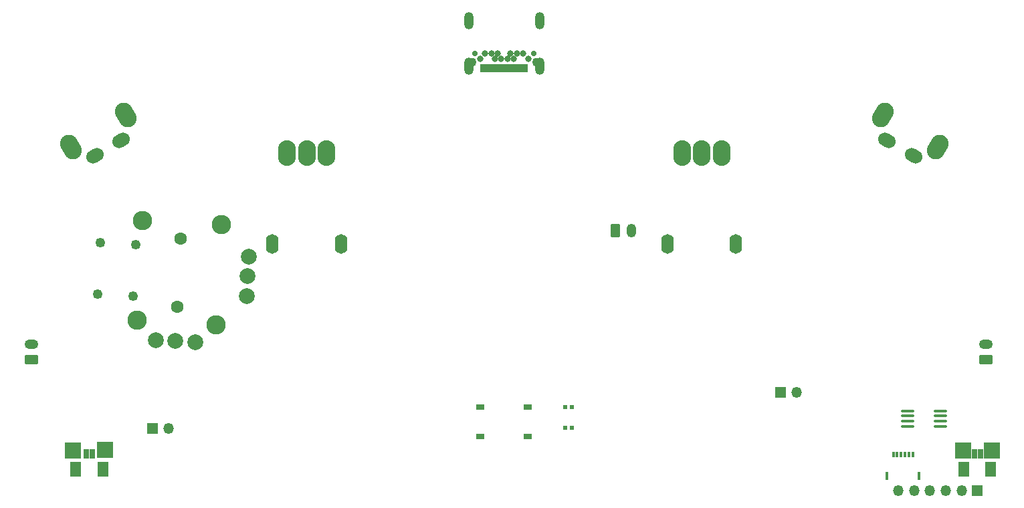
<source format=gbr>
%TF.GenerationSoftware,KiCad,Pcbnew,8.0.2*%
%TF.CreationDate,2024-08-31T11:23:20-07:00*%
%TF.ProjectId,UGC_Main_R4K,5547435f-4d61-4696-9e5f-52344b2e6b69,rev?*%
%TF.SameCoordinates,Original*%
%TF.FileFunction,Soldermask,Bot*%
%TF.FilePolarity,Negative*%
%FSLAX46Y46*%
G04 Gerber Fmt 4.6, Leading zero omitted, Abs format (unit mm)*
G04 Created by KiCad (PCBNEW 8.0.2) date 2024-08-31 11:23:20*
%MOMM*%
%LPD*%
G01*
G04 APERTURE LIST*
G04 Aperture macros list*
%AMRoundRect*
0 Rectangle with rounded corners*
0 $1 Rounding radius*
0 $2 $3 $4 $5 $6 $7 $8 $9 X,Y pos of 4 corners*
0 Add a 4 corners polygon primitive as box body*
4,1,4,$2,$3,$4,$5,$6,$7,$8,$9,$2,$3,0*
0 Add four circle primitives for the rounded corners*
1,1,$1+$1,$2,$3*
1,1,$1+$1,$4,$5*
1,1,$1+$1,$6,$7*
1,1,$1+$1,$8,$9*
0 Add four rect primitives between the rounded corners*
20,1,$1+$1,$2,$3,$4,$5,0*
20,1,$1+$1,$4,$5,$6,$7,0*
20,1,$1+$1,$6,$7,$8,$9,0*
20,1,$1+$1,$8,$9,$2,$3,0*%
%AMHorizOval*
0 Thick line with rounded ends*
0 $1 width*
0 $2 $3 position (X,Y) of the first rounded end (center of the circle)*
0 $4 $5 position (X,Y) of the second rounded end (center of the circle)*
0 Add line between two ends*
20,1,$1,$2,$3,$4,$5,0*
0 Add two circle primitives to create the rounded ends*
1,1,$1,$2,$3*
1,1,$1,$4,$5*%
G04 Aperture macros list end*
%ADD10R,1.350000X1.350000*%
%ADD11O,1.350000X1.350000*%
%ADD12C,2.450000*%
%ADD13C,1.600000*%
%ADD14C,1.250000*%
%ADD15C,2.000000*%
%ADD16HorizOval,2.250000X-0.250000X0.433013X0.250000X-0.433013X0*%
%ADD17HorizOval,1.700000X0.259808X0.150000X-0.259808X-0.150000X0*%
%ADD18HorizOval,2.250000X-0.250000X-0.433013X0.250000X0.433013X0*%
%ADD19HorizOval,1.700000X0.259808X-0.150000X-0.259808X0.150000X0*%
%ADD20R,1.000000X0.750000*%
%ADD21R,2.000000X2.000000*%
%ADD22RoundRect,0.102000X0.250000X0.500000X-0.250000X0.500000X-0.250000X-0.500000X0.250000X-0.500000X0*%
%ADD23RoundRect,0.102000X0.600000X0.850000X-0.600000X0.850000X-0.600000X-0.850000X0.600000X-0.850000X0*%
%ADD24R,0.500000X0.550000*%
%ADD25RoundRect,0.250000X0.625000X-0.350000X0.625000X0.350000X-0.625000X0.350000X-0.625000X-0.350000X0*%
%ADD26O,1.750000X1.200000*%
%ADD27R,0.300000X0.700000*%
%ADD28R,0.300000X1.000000*%
%ADD29O,2.250000X3.250000*%
%ADD30O,1.600000X2.500000*%
%ADD31RoundRect,0.250000X-0.350000X-0.625000X0.350000X-0.625000X0.350000X0.625000X-0.350000X0.625000X0*%
%ADD32O,1.200000X1.750000*%
%ADD33C,0.700000*%
%ADD34RoundRect,0.102000X-0.175000X0.445000X-0.175000X-0.445000X0.175000X-0.445000X0.175000X0.445000X0*%
%ADD35C,0.804000*%
%ADD36O,1.204000X2.204000*%
%ADD37C,1.104000*%
%ADD38RoundRect,0.100000X0.712500X0.100000X-0.712500X0.100000X-0.712500X-0.100000X0.712500X-0.100000X0*%
G04 APERTURE END LIST*
D10*
%TO.C,J8*%
X253457200Y-131775200D03*
D11*
X255457200Y-131775200D03*
%TD*%
D12*
%TO.C,SW6*%
X172671539Y-110006388D03*
X172009489Y-122639052D03*
D13*
X177558707Y-112290293D03*
X177108617Y-120878507D03*
D12*
X182657835Y-110529748D03*
X181995785Y-123162412D03*
D14*
X171861497Y-113043156D03*
X171521313Y-119534248D03*
X167367664Y-112807644D03*
X167027480Y-119298736D03*
D15*
X174381765Y-125141637D03*
X176878339Y-125272477D03*
X179374913Y-125403317D03*
X185890899Y-119536297D03*
X186021739Y-117039723D03*
X186152579Y-114543149D03*
%TD*%
D16*
%TO.C,SW7*%
X163618112Y-100644336D03*
X170546316Y-96644336D03*
D17*
X166643465Y-101784400D03*
X170020963Y-99834400D03*
%TD*%
D18*
%TO.C,SW8*%
X266420998Y-96644336D03*
X273349202Y-100644336D03*
D19*
X266946351Y-99834400D03*
X270323849Y-101784400D03*
%TD*%
D10*
%TO.C,J4*%
X278380200Y-144195800D03*
D11*
X276380200Y-144195800D03*
X274380200Y-144195800D03*
X272380200Y-144195800D03*
X270380200Y-144195800D03*
X268380200Y-144195800D03*
%TD*%
D10*
%TO.C,J9*%
X173955200Y-136347200D03*
D11*
X175955200Y-136347200D03*
%TD*%
D20*
%TO.C,SW14*%
X221483657Y-133609400D03*
X215483657Y-133609400D03*
X221483657Y-137359400D03*
X215483657Y-137359400D03*
%TD*%
D21*
%TO.C,TP7*%
X163931600Y-139090400D03*
%TD*%
D22*
%TO.C,J10*%
X166363600Y-139564800D03*
X165563600Y-139564800D03*
D23*
X167663600Y-141514800D03*
X164263600Y-141514800D03*
%TD*%
D21*
%TO.C,TP1*%
X276555200Y-139090400D03*
%TD*%
D24*
%TO.C,SW15*%
X227025200Y-136245600D03*
X226225200Y-136245600D03*
X227025200Y-133595600D03*
X226225200Y-133595600D03*
%TD*%
D21*
%TO.C,TP6*%
X167995600Y-139065000D03*
%TD*%
D25*
%TO.C,J7*%
X279501600Y-127635000D03*
D26*
X279501600Y-125635000D03*
%TD*%
D27*
%TO.C,J13*%
X270240173Y-139656580D03*
X269740173Y-139656580D03*
X269240173Y-139656580D03*
X268740173Y-139656580D03*
X268240173Y-139656580D03*
X267740173Y-139656580D03*
D28*
X271030173Y-142306580D03*
X266950173Y-142306580D03*
%TD*%
D29*
%TO.C,RV2*%
X243483657Y-101434400D03*
X240983657Y-101434400D03*
X245983657Y-101434400D03*
D30*
X247833657Y-112934400D03*
X239133657Y-112934400D03*
%TD*%
D21*
%TO.C,TP2*%
X280199742Y-139096669D03*
%TD*%
D22*
%TO.C,J1*%
X278784000Y-139564800D03*
X277984000Y-139564800D03*
D23*
X280084000Y-141514800D03*
X276684000Y-141514800D03*
%TD*%
D31*
%TO.C,B1*%
X232547596Y-111285471D03*
D32*
X234547596Y-111285471D03*
%TD*%
D25*
%TO.C,J6*%
X158623000Y-127635000D03*
D26*
X158623000Y-125635000D03*
%TD*%
D33*
%TO.C,J5*%
X214758635Y-88804400D03*
X222208635Y-88804400D03*
D34*
X215733635Y-90709400D03*
X216233635Y-90709400D03*
X216733635Y-90709400D03*
X217233635Y-90709400D03*
X217733635Y-90709400D03*
X218233635Y-90709400D03*
X218733635Y-90709400D03*
X219233635Y-90709400D03*
X219733635Y-90709400D03*
X220233635Y-90709400D03*
X220733635Y-90709400D03*
X221233635Y-90709400D03*
D35*
X221533635Y-89504400D03*
X220883635Y-88804400D03*
X220083635Y-88804400D03*
X219683635Y-89504400D03*
X219283635Y-88804400D03*
X218883635Y-89504400D03*
X218083635Y-89504400D03*
X217683635Y-88804400D03*
X217283635Y-89504400D03*
X216883635Y-88804400D03*
X216083635Y-88804400D03*
X215433635Y-89504400D03*
D36*
X213983635Y-84704400D03*
D37*
X214433635Y-89904400D03*
D36*
X213983635Y-90454400D03*
X222983635Y-84704400D03*
D37*
X222533635Y-89904400D03*
D36*
X222983635Y-90454400D03*
%TD*%
D38*
%TO.C,U7*%
X273740100Y-134102200D03*
X273740100Y-134752200D03*
X273740100Y-135402200D03*
X273740100Y-136052200D03*
X269515100Y-136052200D03*
X269515100Y-135402200D03*
X269515100Y-134752200D03*
X269515100Y-134102200D03*
%TD*%
D29*
%TO.C,RV1*%
X193483657Y-101434400D03*
X190983657Y-101434400D03*
X195983657Y-101434400D03*
D30*
X197833657Y-112934400D03*
X189133657Y-112934400D03*
%TD*%
M02*

</source>
